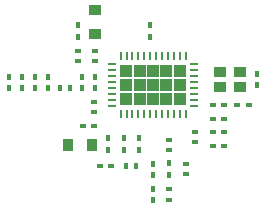
<source format=gtp>
G04 #@! TF.GenerationSoftware,KiCad,Pcbnew,(2017-01-24 revision 0b6147e)-makepkg*
G04 #@! TF.CreationDate,2018-02-06T15:13:29-08:00*
G04 #@! TF.ProjectId,sx1238RfModule,73783132333852664D6F64756C652E6B,rev?*
G04 #@! TF.FileFunction,Paste,Top*
G04 #@! TF.FilePolarity,Positive*
%FSLAX46Y46*%
G04 Gerber Fmt 4.6, Leading zero omitted, Abs format (unit mm)*
G04 Created by KiCad (PCBNEW (2017-01-24 revision 0b6147e)-makepkg) date 02/06/18 15:13:29*
%MOMM*%
%LPD*%
G01*
G04 APERTURE LIST*
%ADD10C,0.100000*%
%ADD11R,1.017000X1.094400*%
%ADD12R,0.270000X0.720000*%
%ADD13R,0.720000X0.270000*%
%ADD14R,0.585000X0.315000*%
%ADD15R,1.080000X0.900000*%
%ADD16R,0.450000X0.495000*%
%ADD17R,0.540000X0.360000*%
%ADD18R,0.495000X0.450000*%
%ADD19R,0.900000X1.080000*%
%ADD20R,0.315000X0.585000*%
G04 APERTURE END LIST*
D10*
D11*
X112260000Y-95317000D03*
X111130000Y-95317000D03*
X110000000Y-95317000D03*
X112260000Y-94101000D03*
X111130000Y-94101000D03*
X110000000Y-94101000D03*
X112260000Y-92885000D03*
X111130000Y-92885000D03*
X110000000Y-92885000D03*
X108870000Y-92885000D03*
X108870000Y-94101000D03*
X108870000Y-95317000D03*
X107740000Y-92885000D03*
X107740000Y-94101000D03*
X107740000Y-95317000D03*
D12*
X107250000Y-91650000D03*
X107750000Y-91650000D03*
X108250000Y-91650000D03*
X108750000Y-91650000D03*
X109250000Y-91650000D03*
X109750000Y-91650000D03*
X110250000Y-91650000D03*
X110750000Y-91650000D03*
X111250000Y-91650000D03*
X111750000Y-91650000D03*
X112250000Y-91650000D03*
X112750000Y-91650000D03*
X107250000Y-96550000D03*
X107750000Y-96550000D03*
X108250000Y-96550000D03*
X108750000Y-96550000D03*
X109250000Y-96550000D03*
X109750000Y-96550000D03*
X110250000Y-96550000D03*
X110750000Y-96550000D03*
X111250000Y-96550000D03*
X111750000Y-96550000D03*
X112250000Y-96550000D03*
X112750000Y-96550000D03*
D13*
X106550000Y-92350000D03*
X106550000Y-92850000D03*
X106550000Y-93350000D03*
X106550000Y-93850000D03*
X106550000Y-94350000D03*
X106550000Y-94850000D03*
X106550000Y-95350000D03*
X106550000Y-95850000D03*
X113450000Y-92350000D03*
X113450000Y-92850000D03*
X113450000Y-93350000D03*
X113450000Y-93850000D03*
X113450000Y-94350000D03*
X113450000Y-94850000D03*
X113450000Y-95350000D03*
X113450000Y-95850000D03*
D14*
X111350000Y-99640000D03*
X111350000Y-98790000D03*
X113550000Y-98950000D03*
X113550000Y-98100000D03*
D15*
X117351000Y-94280000D03*
X115651000Y-94280000D03*
X117351000Y-92980000D03*
X115651000Y-92980000D03*
D16*
X108800000Y-99580000D03*
X108800000Y-98630000D03*
D17*
X112800000Y-100775000D03*
X112800000Y-101675000D03*
X111350000Y-103800000D03*
X111350000Y-102900000D03*
D15*
X105100000Y-87790000D03*
X105100000Y-89790000D03*
D18*
X115980000Y-98100000D03*
X115030000Y-98100000D03*
X115980000Y-96950000D03*
X115030000Y-96950000D03*
X115980000Y-95800000D03*
X115030000Y-95800000D03*
X118080000Y-95800000D03*
X117130000Y-95800000D03*
D16*
X118800000Y-94080000D03*
X118800000Y-93130000D03*
X105100000Y-93400000D03*
X105100000Y-94350000D03*
X104000000Y-93400000D03*
X104000000Y-94350000D03*
X101100000Y-93400000D03*
X101100000Y-94350000D03*
X100000000Y-93400000D03*
X100000000Y-94350000D03*
X98900000Y-93400000D03*
X98900000Y-94350000D03*
X103660000Y-89060000D03*
X103660000Y-90010000D03*
X109750000Y-89050000D03*
X109750000Y-90000000D03*
D18*
X105520000Y-101000000D03*
X106470000Y-101000000D03*
D16*
X97800000Y-93400000D03*
X97800000Y-94350000D03*
D18*
X115980000Y-99240000D03*
X115030000Y-99240000D03*
D16*
X111350000Y-100745000D03*
X111350000Y-101695000D03*
X110000000Y-103850000D03*
X110000000Y-102900000D03*
X106200000Y-99580000D03*
X106200000Y-98630000D03*
X110000000Y-101705000D03*
X110000000Y-100755000D03*
X107500000Y-99580000D03*
X107500000Y-98630000D03*
D18*
X104050000Y-97600000D03*
X105000000Y-97600000D03*
D19*
X102800000Y-99200000D03*
X104800000Y-99200000D03*
D20*
X107680000Y-101000000D03*
X108530000Y-101000000D03*
D14*
X105100000Y-91210000D03*
X105100000Y-92060000D03*
X105000000Y-96420000D03*
X105000000Y-95570000D03*
X103670000Y-91210000D03*
X103670000Y-92060000D03*
D20*
X102150000Y-94350000D03*
X103000000Y-94350000D03*
M02*

</source>
